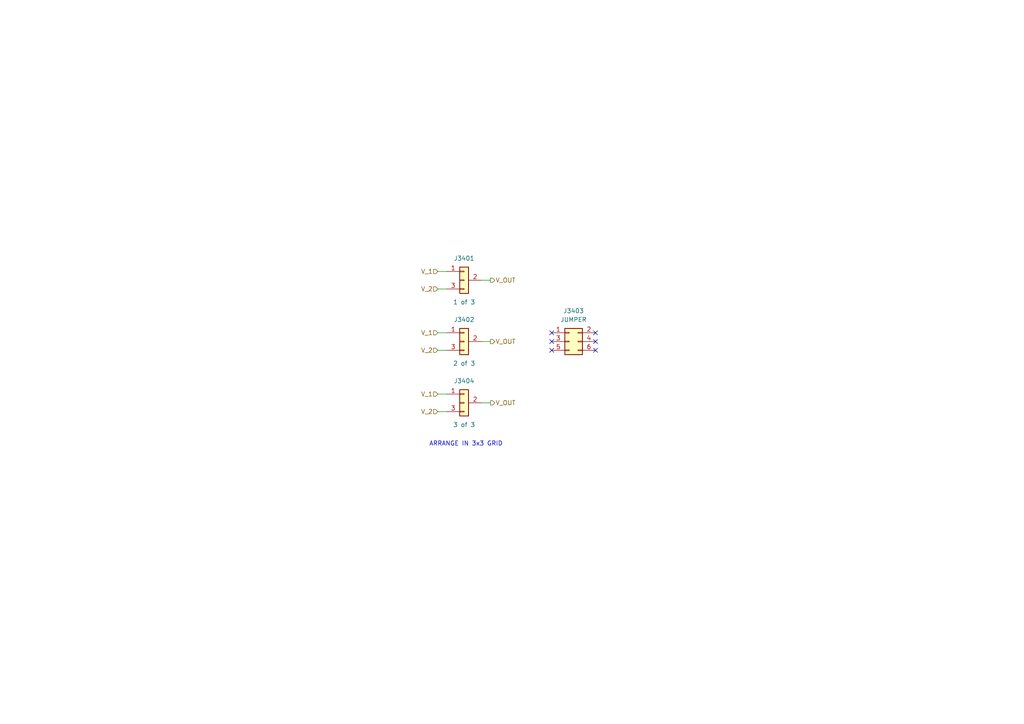
<source format=kicad_sch>
(kicad_sch (version 20211123) (generator eeschema)
  (paper "A4")
  (title_block (title "PROJECT ROYALE") (date "2021-10-23") (rev "1.0") (company "Cambridge University Spaceflight") (comment 1 "Drawn By Henry Franks"))
  (lib_symbols
    (symbol "royale:Conn_02x03" (pin_names (offset 1.016) hide)
      (property "Reference" "J" (at 1.27 5.08 0))
      (property "Value" "Conn_02x03" (at 1.27 -5.08 0))
      (symbol "Conn_02x03_1_1"
        (rectangle (start -1.27 -2.413) (end 0 -2.667) (stroke (width 0.1524)))
        (rectangle (start -1.27 0.127) (end 0 -0.127) (stroke (width 0.1524)))
        (rectangle (start -1.27 2.667) (end 0 2.413) (stroke (width 0.1524)))
        (rectangle (start -1.27 3.81) (end 3.81 -3.81) (stroke (width 0.254)) (fill (type background)))
        (rectangle (start 3.81 -2.413) (end 2.54 -2.667) (stroke (width 0.1524)))
        (rectangle (start 3.81 0.127) (end 2.54 -0.127) (stroke (width 0.1524)))
        (rectangle (start 3.81 2.667) (end 2.54 2.413) (stroke (width 0.1524)))
        (pin passive line (at -5.08 2.54 0) (length 3.81) (name "Pin_1") (number "1"))
        (pin passive line (at 7.62 2.54 180) (length 3.81) (name "Pin_2") (number "2"))
        (pin passive line (at -5.08 0 0) (length 3.81) (name "Pin_3") (number "3"))
        (pin passive line (at 7.62 0 180) (length 3.81) (name "Pin_4") (number "4"))
        (pin passive line (at -5.08 -2.54 0) (length 3.81) (name "Pin_5") (number "5"))
        (pin passive line (at 7.62 -2.54 180) (length 3.81) (name "Pin_6") (number "6"))
      )
    )
    (symbol "royale:Header_01x03" (pin_names (offset 1.016) hide)
      (property "Reference" "J" (at 0 5.08 0))
      (property "Value" "Header_01x03" (at 0 -5.08 0))
      (symbol "Header_01x03_1_1"
        (rectangle (start -1.27 -2.413) (end 0 -2.667) (stroke (width 0.1524)))
        (rectangle (start -1.27 0.127) (end 0 -0.127) (stroke (width 0.1524)))
        (rectangle (start -1.27 2.667) (end 0 2.413) (stroke (width 0.1524)))
        (rectangle (start -1.27 3.81) (end 1.27 -3.81) (stroke (width 0.254)) (fill (type background)))
        (pin passive line (at -5.08 2.54 0) (length 3.81) (name "Pin_1") (number "1"))
        (pin passive line (at 5.08 0 180) (length 3.81) (name "Pin_2") (number "2"))
        (pin passive line (at -5.08 -2.54 0) (length 3.81) (name "Pin_3") (number "3"))
      )
    )
  )
  (no_connect (at 172.72 99.06))
  (no_connect (at 160.02 96.52))
  (no_connect (at 172.72 101.6))
  (no_connect (at 160.02 101.6))
  (no_connect (at 172.72 96.52))
  (no_connect (at 160.02 99.06))
  (wire (pts (xy 127 101.6) (xy 129.54 101.6)))
  (wire (pts (xy 127 96.52) (xy 129.54 96.52)))
  (wire (pts (xy 127 78.74) (xy 129.54 78.74)))
  (wire (pts (xy 127 83.82) (xy 129.54 83.82)))
  (wire (pts (xy 139.7 116.84) (xy 142.24 116.84)))
  (wire (pts (xy 139.7 99.06) (xy 142.24 99.06)))
  (wire (pts (xy 127 119.38) (xy 129.54 119.38)))
  (wire (pts (xy 127 114.3) (xy 129.54 114.3)))
  (wire (pts (xy 139.7 81.28) (xy 142.24 81.28)))
  (text "ARRANGE IN 3x3 GRID" (at 124.46 129.54 0) (effects (font (size 1.27 1.27)) (justify left bottom)))
  (hierarchical_label "V_1" (shape input) (at 127 78.74 180))
  (hierarchical_label "V_2" (shape input) (at 127 101.6 180))
  (hierarchical_label "V_OUT" (shape output) (at 142.24 99.06 0))
  (hierarchical_label "V_1" (shape input) (at 127 114.3 180))
  (hierarchical_label "V_OUT" (shape output) (at 142.24 81.28 0))
  (hierarchical_label "V_1" (shape input) (at 127 96.52 180))
  (hierarchical_label "V_2" (shape input) (at 127 119.38 180))
  (hierarchical_label "V_OUT" (shape output) (at 142.24 116.84 0))
  (hierarchical_label "V_2" (shape input) (at 127 83.82 180))
  (symbol (lib_id "royale:Header_01x03") (at 134.62 99.06 0)
    (property "Reference" "J3402" (at 134.62 92.71 0))
    (property "Value" "2 of 3" (at 134.62 105.41 0))
    (property "Footprint" "royale:PinHeader_1x03" (effects hide))
    (property "Digi-Key" "SAM13033-ND" (effects hide))
  )
  (symbol (lib_id "royale:Header_01x03") (at 134.62 81.28 0)
    (property "Reference" "J3401" (at 134.62 74.93 0))
    (property "Value" "1 of 3" (at 134.62 87.63 0))
    (property "Footprint" "royale:PinHeader_1x03" (effects hide))
    (property "Digi-Key" "SAM13033-ND" (effects hide))
  )
  (symbol (lib_id "royale:Header_01x03") (at 134.62 116.84 0)
    (property "Reference" "J3404" (at 134.62 110.49 0))
    (property "Value" "3 of 3" (at 134.62 123.19 0))
    (property "Footprint" "royale:PinHeader_1x03" (effects hide))
    (property "Digi-Key" "SAM13033-ND" (effects hide))
  )
  (symbol (lib_id "royale:Conn_02x03") (at 165.1 99.06 0)
    (property "Reference" "J3403" (at 166.37 90.17 0))
    (property "Value" "JUMPER" (at 166.37 92.71 0))
    (property "Digi-Key" "SAM10620-ND" (effects hide))
  )
)
</source>
